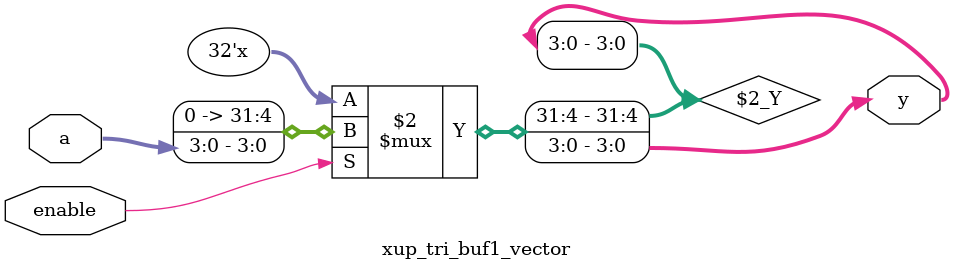
<source format=v>
`timescale 1ns / 1ps
module xup_tri_buf1_vector #(parameter SIZE = 4 , DELAY = 3)(
    input [SIZE-1:0] a,
    input enable,
    output [SIZE-1:0] y
    );
    
    assign #DELAY y = (enable) ? a : 'bz;
    
endmodule


</source>
